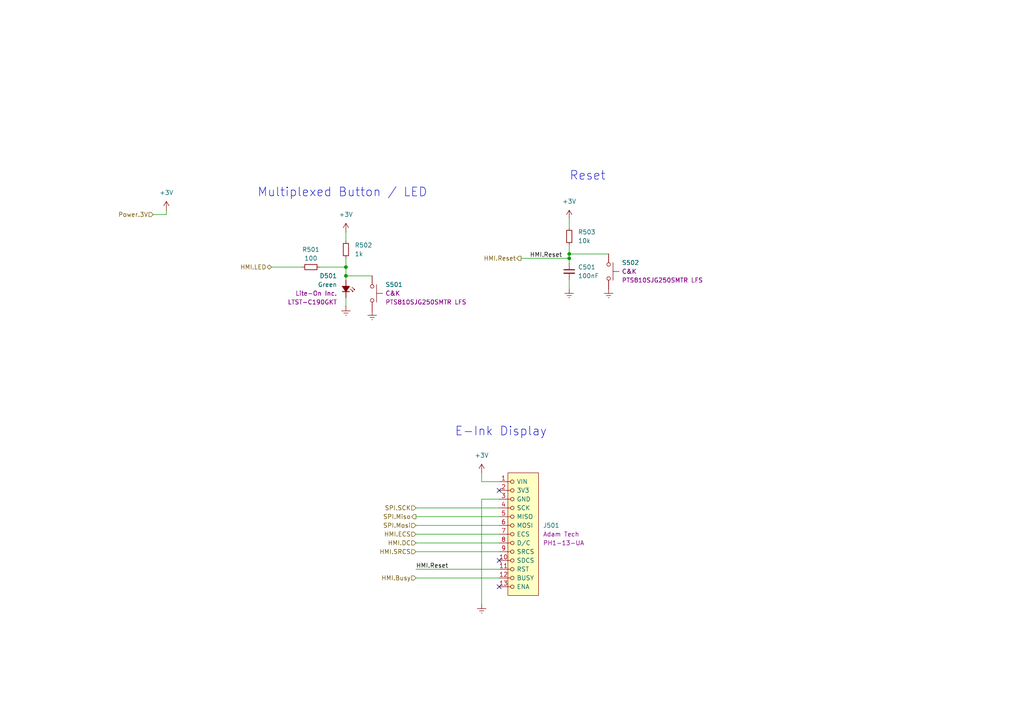
<source format=kicad_sch>
(kicad_sch (version 20231120) (generator "eeschema") (generator_version "8.0")
  (paper "A4")
  (title_block (title "Energy Meter") (date "2024-12-06") (rev "0"))
  (lib_symbols
    (symbol "The_Parts_Library:C0603_100nF_100V_X7R" (pin_numbers hide) (pin_names (offset 0) hide)
      (property "Reference" "C" (at 2.54 2.54 0))
      (property "Value" "100nF" (at 2.54 0 0))
      (symbol "C0603_100nF_100V_X7R_0_1"
        (polyline (pts (xy -1.524 -0.508) (xy 1.524 -0.508)) (stroke (width 0.3302)))
        (polyline (pts (xy -1.524 0.508) (xy 1.524 0.508)) (stroke (width 0.3048)))
      )
      (symbol "C0603_100nF_100V_X7R_1_1"
        (pin passive line (at 0 2.54 270) (length 2.032) (name "~") (number "1"))
        (pin passive line (at 0 -2.54 90) (length 2.032) (name "~") (number "2"))
      )
    )
    (symbol "The_Parts_Library:D_LTST-C190GKT" (pin_numbers hide) (pin_names (offset 0) hide)
      (property "Reference" "D" (at 2.54 5.08 0))
      (property "Value" "Green" (at 2.54 2.54 0))
      (property "Manufacturer" "Lite-On Inc." (at 2.54 -2.54 0))
      (property "Manufacturer Part Number" "LTST-C190GKT" (at 2.54 0 0))
      (symbol "D_LTST-C190GKT_0_1"
        (polyline (pts (xy -1.778 0.508) (xy -2.54 -0.254)))
        (polyline (pts (xy -1.27 0) (xy -2.032 -0.762)))
        (polyline (pts (xy 1.016 -0.762) (xy -1.016 -0.762)) (stroke (width 0.254)))
        (polyline (pts (xy -2.54 -0.254) (xy -2.54 0) (xy -2.286 -0.254) (xy -2.54 -0.254)))
        (polyline (pts (xy -2.032 -0.762) (xy -2.032 -0.508) (xy -1.778 -0.762) (xy -2.032 -0.762)))
        (polyline (pts (xy 1.016 0.762) (xy 0 -0.762) (xy -1.016 0.762) (xy 1.016 0.762)) (stroke (width 0.254)) (fill (type outline)))
      )
      (symbol "D_LTST-C190GKT_1_1"
        (pin passive line (at 0 -2.54 90) (length 1.778) (name "K") (number "1"))
        (pin passive line (at 0 2.54 270) (length 1.778) (name "A") (number "2"))
      )
    )
    (symbol "The_Parts_Library:J_AdaFruit_E_Ink" (pin_names (offset 2.54))
      (property "Reference" "J" (at 12.7 0 0))
      (property "Manufacturer" "Adam Tech" (at 12.7 -5.08 0))
      (property "Manufacturer Part Number" "PH1-13-UA" (at 12.7 -2.54 0))
      (symbol "J_AdaFruit_E_Ink_0_0"
        (pin input line (at 0 0 0) (length 2.54) (name "VIN") (number "1"))
        (pin input line (at 0 -22.86 0) (length 2.54) (name "SDCS") (number "10"))
        (pin input line (at 0 -25.4 0) (length 2.54) (name "RST") (number "11"))
        (pin output line (at 0 -27.94 0) (length 2.54) (name "BUSY") (number "12"))
        (pin input line (at 0 -30.48 0) (length 2.54) (name "ENA") (number "13"))
        (pin output line (at 0 -2.54 0) (length 2.54) (name "3V3") (number "2"))
        (pin power_in line (at 0 -5.08 0) (length 2.54) (name "GND") (number "3"))
        (pin input line (at 0 -7.62 0) (length 2.54) (name "SCK") (number "4"))
        (pin tri_state line (at 0 -10.16 0) (length 2.54) (name "MISO") (number "5"))
        (pin input line (at 0 -12.7 0) (length 2.54) (name "MOSI") (number "6"))
        (pin input line (at 0 -15.24 0) (length 2.54) (name "ECS") (number "7"))
        (pin input line (at 0 -17.78 0) (length 2.54) (name "D/C") (number "8"))
        (pin input line (at 0 -20.32 0) (length 2.54) (name "SRCS") (number "9"))
      )
      (symbol "J_AdaFruit_E_Ink_0_1"
        (polyline (pts (xy 3.302 -30.48) (xy 2.54 -30.48)))
        (polyline (pts (xy 3.302 -27.94) (xy 2.54 -27.94)))
        (polyline (pts (xy 3.302 -25.4) (xy 2.54 -25.4)))
        (polyline (pts (xy 3.302 -22.86) (xy 2.54 -22.86)))
        (polyline (pts (xy 3.302 -20.32) (xy 2.54 -20.32)))
        (polyline (pts (xy 3.302 -17.78) (xy 2.54 -17.78)))
        (polyline (pts (xy 3.302 -15.24) (xy 2.54 -15.24)))
        (polyline (pts (xy 3.302 -12.7) (xy 2.54 -12.7)))
        (polyline (pts (xy 3.302 -10.16) (xy 2.54 -10.16)))
        (polyline (pts (xy 3.302 -7.62) (xy 2.54 -7.62)))
        (polyline (pts (xy 3.302 -5.08) (xy 2.54 -5.08)))
        (polyline (pts (xy 3.302 -2.54) (xy 2.54 -2.54)))
        (polyline (pts (xy 3.302 0) (xy 2.54 0)))
        (circle (center 3.81 -30.48) (radius 0.508))
        (circle (center 3.81 -27.94) (radius 0.508))
        (circle (center 3.81 -25.4) (radius 0.508))
        (circle (center 3.81 -22.86) (radius 0.508))
        (circle (center 3.81 -20.32) (radius 0.508))
        (circle (center 3.81 -17.78) (radius 0.508))
        (circle (center 3.81 -15.24) (radius 0.508))
        (circle (center 3.81 -12.7) (radius 0.508))
        (circle (center 3.81 -10.16) (radius 0.508))
        (circle (center 3.81 -7.62) (radius 0.508))
        (circle (center 3.81 -5.08) (radius 0.508))
        (circle (center 3.81 -2.54) (radius 0.508))
        (circle (center 3.81 0) (radius 0.508))
      )
      (symbol "J_AdaFruit_E_Ink_1_1"
        (rectangle (start 2.54 2.54) (end 11.43 -33.02) (fill (type background)))
      )
    )
    (symbol "The_Parts_Library:R0603_100R" (pin_numbers hide) (pin_names (offset 0.254) hide)
      (property "Reference" "R" (at 0.762 0.508 0))
      (property "Value" "100" (at 0.762 -1.016 0))
      (symbol "R0603_100R_0_1"
        (rectangle (start -0.762 1.778) (end 0.762 -1.778) (stroke (width 0.2032)))
      )
      (symbol "R0603_100R_1_1"
        (pin passive line (at 0 2.54 270) (length 0.762) (name "~") (number "1"))
        (pin passive line (at 0 -2.54 90) (length 0.762) (name "~") (number "2"))
      )
    )
    (symbol "The_Parts_Library:R0603_10k" (pin_numbers hide) (pin_names (offset 0.254) hide)
      (property "Reference" "R" (at 0.762 0.508 0))
      (property "Value" "10k" (at 0.762 -1.016 0))
      (symbol "R0603_10k_0_1"
        (rectangle (start -0.762 1.778) (end 0.762 -1.778) (stroke (width 0.2032)))
      )
      (symbol "R0603_10k_1_1"
        (pin passive line (at 0 2.54 270) (length 0.762) (name "~") (number "1"))
        (pin passive line (at 0 -2.54 90) (length 0.762) (name "~") (number "2"))
      )
    )
    (symbol "The_Parts_Library:R0603_1k" (pin_numbers hide) (pin_names (offset 0.254) hide)
      (property "Reference" "R" (at 1.27 2.54 0))
      (property "Value" "1k" (at 1.27 0 0))
      (symbol "R0603_1k_0_1"
        (rectangle (start -0.762 1.778) (end 0.762 -1.778) (stroke (width 0.2032)))
      )
      (symbol "R0603_1k_1_1"
        (pin passive line (at 0 2.54 270) (length 0.762) (name "~") (number "1"))
        (pin passive line (at 0 -2.54 90) (length 0.762) (name "~") (number "2"))
      )
    )
    (symbol "The_Parts_Library:S_PTS810SJG250SMTR_LFS" (pin_numbers hide) (pin_names (offset 0) hide)
      (property "Reference" "S" (at 5.08 2.54 0))
      (property "Manufacturer" "C&K" (at 5.08 -2.54 0))
      (property "Manufacturer Part Number" "PTS810SJG250SMTR LFS" (at 5.08 0 0))
      (symbol "S_PTS810SJG250SMTR_LFS_0_1"
        (circle (center 0 -2.032) (radius 0.508))
        (polyline (pts (xy 1.27 -2.54) (xy 1.27 2.54)))
        (polyline (pts (xy 1.27 0) (xy 3.048 0)))
        (circle (center 0 2.032) (radius 0.508))
        (pin passive line (at 0 5.08 270) (length 2.54) (name "1") (number "1"))
        (pin passive line (at 0 -5.08 90) (length 2.54) (name "2") (number "2"))
      )
    )
    (symbol "The_Parts_Library:V_+3V" (power) (pin_numbers hide) (pin_names hide) (exclude_from_sim yes) (in_bom no) (on_board no)
      (property "Value" "+3V" (at 0 0 0))
      (symbol "V_+3V_0_1"
        (polyline (pts (xy -3.302 1.27) (xy -2.54 2.54)))
        (polyline (pts (xy -2.54 0) (xy -2.54 2.54)))
        (polyline (pts (xy -2.54 2.54) (xy -1.778 1.27)))
      )
      (symbol "V_+3V_1_1"
        (pin power_in line (at -2.54 0 90) (length 0) (name "~") (number "1"))
      )
    )
    (symbol "The_Parts_Library:V_GND" (power) (pin_numbers hide) (pin_names hide) (exclude_from_sim yes) (in_bom no) (on_board no)
      (symbol "V_GND_0_1"
        (polyline (pts (xy -0.635 -1.905) (xy 0.635 -1.905)))
        (polyline (pts (xy -0.127 -2.54) (xy 0.127 -2.54)))
        (polyline (pts (xy 0 -1.27) (xy 0 0)))
        (polyline (pts (xy 1.27 -1.27) (xy -1.27 -1.27)))
      )
      (symbol "V_GND_1_1"
        (pin power_in line (at 0 0 270) (length 0) (name "~") (number "1"))
      )
    )
  )
  (junction (at 100.33 80.01))
  (junction (at 100.33 77.47))
  (junction (at 165.1 73.66))
  (junction (at 165.1 74.93))
  (no_connect (at 144.78 162.56))
  (no_connect (at 144.78 142.24))
  (no_connect (at 144.78 170.18))
  (wire (pts (xy 165.1 73.66) (xy 176.53 73.66)))
  (wire (pts (xy 139.7 144.78) (xy 139.7 175.26)))
  (wire (pts (xy 165.1 63.5) (xy 165.1 66.04)))
  (wire (pts (xy 120.65 152.4) (xy 144.78 152.4)))
  (wire (pts (xy 120.65 165.1) (xy 144.78 165.1)))
  (wire (pts (xy 144.78 144.78) (xy 139.7 144.78)))
  (wire (pts (xy 48.26 62.23) (xy 48.26 60.96)))
  (wire (pts (xy 100.33 80.01) (xy 100.33 81.28)))
  (wire (pts (xy 120.65 147.32) (xy 144.78 147.32)))
  (wire (pts (xy 100.33 74.93) (xy 100.33 77.47)))
  (wire (pts (xy 120.65 157.48) (xy 144.78 157.48)))
  (wire (pts (xy 120.65 154.94) (xy 144.78 154.94)))
  (wire (pts (xy 120.65 149.86) (xy 144.78 149.86)))
  (wire (pts (xy 165.1 74.93) (xy 165.1 76.2)))
  (wire (pts (xy 44.45 62.23) (xy 48.26 62.23)))
  (wire (pts (xy 144.78 139.7) (xy 139.7 139.7)))
  (wire (pts (xy 120.65 167.64) (xy 144.78 167.64)))
  (wire (pts (xy 92.71 77.47) (xy 100.33 77.47)))
  (wire (pts (xy 100.33 86.36) (xy 100.33 88.9)))
  (wire (pts (xy 100.33 77.47) (xy 100.33 80.01)))
  (wire (pts (xy 100.33 80.01) (xy 107.95 80.01)))
  (wire (pts (xy 78.74 77.47) (xy 87.63 77.47)))
  (wire (pts (xy 139.7 139.7) (xy 139.7 137.16)))
  (wire (pts (xy 151.13 74.93) (xy 165.1 74.93)))
  (wire (pts (xy 165.1 73.66) (xy 165.1 74.93)))
  (wire (pts (xy 120.65 160.02) (xy 144.78 160.02)))
  (wire (pts (xy 100.33 67.31) (xy 100.33 69.85)))
  (wire (pts (xy 165.1 81.28) (xy 165.1 83.82)))
  (wire (pts (xy 165.1 71.12) (xy 165.1 73.66)))
  (text "Reset" (at 170.434 51.054 0) (effects (font (size 2.54 2.54))))
  (text "Multiplexed Button / LED\n" (at 99.314 55.88 0) (effects (font (size 2.54 2.54))))
  (text "E-Ink Display" (at 145.288 125.222 0) (effects (font (size 2.54 2.54))))
  (label "HMI.Reset" (at 153.67 74.93 0))
  (label "HMI.Reset" (at 120.65 165.1 0))
  (hierarchical_label "HMI.Reset" (shape output) (at 151.13 74.93 180))
  (hierarchical_label "HMI.Busy" (shape input) (at 120.65 167.64 180))
  (hierarchical_label "SPI.Miso" (shape output) (at 120.65 149.86 180))
  (hierarchical_label "SPI.SCK" (shape input) (at 120.65 147.32 180))
  (hierarchical_label "HMI.LED" (shape bidirectional) (at 78.74 77.47 180))
  (hierarchical_label "HMI.ECS" (shape input) (at 120.65 154.94 180))
  (hierarchical_label "Power.3V" (shape input) (at 44.45 62.23 180))
  (hierarchical_label "HMI.DC" (shape input) (at 120.65 157.48 180))
  (hierarchical_label "SPI.Mosi" (shape input) (at 120.65 152.4 180))
  (hierarchical_label "HMI.SRCS" (shape input) (at 120.65 160.02 180))
  (symbol (lib_id "The_Parts_Library:V_GND") (at 100.33 88.9 0) (unit 1) (exclude_from_sim yes) (in_bom no) (on_board no)
    (property "Reference" "#PWR0502" (effects (hide yes)))
    (property "Value" "GND" (effects (hide yes)))
  )
  (symbol (lib_id "The_Parts_Library:R0603_100R") (at 90.17 77.47 90) (unit 1)
    (property "Reference" "R501" (at 90.17 72.39 90))
    (property "Value" "100" (at 90.17 74.93 90))
    (property "Footprint" "The_Parts_Library:R_0603" (effects (hide yes)))
    (property "Description" "100 Ohms ±1% 0.1W, 1/10W Chip Resistor 0603 (1608 Metric) Moisture Resistant Thick Film" (effects (hide yes)))
    (property "Supplier" "Digikey" (effects (hide yes)))
    (property "Sim.Device" "R" (effects (hide yes)))
    (property "Supplier Part Number" "311-100HRTR-ND" (effects (hide yes)))
    (property "Sim.Type" "=" (effects (hide yes)))
    (property "Sim.Params" "R" (effects (hide yes)))
    (property "Manufacturer" "YAGEO" (effects (hide yes)))
    (property "Manufacturer Part Number" "RC0603FR-07100RL" (effects (hide yes)))
    (property "Sim.Pins" "1=+ 2=-" (effects (hide yes)))
  )
  (symbol (lib_id "The_Parts_Library:V_GND") (at 176.53 83.82 0) (unit 1) (exclude_from_sim yes) (in_bom no) (on_board no)
    (property "Reference" "#PWR0509" (effects (hide yes)))
    (property "Value" "GND" (effects (hide yes)))
  )
  (symbol (lib_id "The_Parts_Library:V_GND") (at 107.95 90.17 0) (unit 1) (exclude_from_sim yes) (in_bom no) (on_board no)
    (property "Reference" "#PWR0504" (effects (hide yes)))
    (property "Value" "GND" (effects (hide yes)))
  )
  (symbol (lib_id "The_Parts_Library:V_+3V") (at 50.8 60.96 0) (unit 1)
    (property "Reference" "#PWR0501" (effects (hide yes)))
    (property "Value" "+3V" (at 48.26 55.88 0))
  )
  (symbol (lib_id "The_Parts_Library:C0603_100nF_100V_X7R") (at 165.1 78.74 0) (unit 1)
    (property "Reference" "C501" (at 167.64 77.4762 0) (effects (justify left)))
    (property "Value" "100nF" (at 167.64 80.0162 0) (effects (justify left)))
    (property "Footprint" "The_Parts_Library:C_0603" (effects (hide yes)))
    (property "Description" "0.1 uF ±10% 100V Ceramic Capacitor X7R 0603 (1608 Metric)" (effects (hide yes)))
    (property "Manufacturer" "Murata Electronics" (effects (hide yes)))
    (property "Manufacturer Part Number" "GCJ188R72A104KA01D" (effects (hide yes)))
    (property "Supplier" "Digikey" (effects (hide yes)))
    (property "Supplier Part Number" "490-13420-2-ND" (effects (hide yes)))
  )
  (symbol (lib_id "The_Parts_Library:J_AdaFruit_E_Ink") (at 144.78 139.7 0) (unit 1)
    (property "Reference" "J501" (at 157.48 152.3999 0) (effects (justify left)))
    (property "Footprint" "The_Parts_Library:Header_1x13" (effects (hide yes)))
    (property "Description" "Connector Header Through Hole 13 position 0.100\" (2.54mm)" (effects (hide yes)))
    (property "Manufacturer" "Adam Tech" (at 157.48 154.9399 0) (effects (justify left)))
    (property "Manufacturer Part Number" "PH1-13-UA" (at 157.48 157.4799 0) (effects (justify left)))
    (property "Supplier" "DIgikey" (effects (hide yes)))
    (property "Supplier Part Number" "2057-PH1-13-UA-ND" (effects (hide yes)))
  )
  (symbol (lib_id "The_Parts_Library:V_GND") (at 165.1 83.82 0) (unit 1) (exclude_from_sim yes) (in_bom no) (on_board no)
    (property "Reference" "#PWR0507" (effects (hide yes)))
    (property "Value" "GND" (effects (hide yes)))
  )
  (symbol (lib_id "The_Parts_Library:S_PTS810SJG250SMTR_LFS") (at 107.95 85.09 0) (unit 1)
    (property "Reference" "S501" (at 111.76 82.5499 0) (effects (justify left)))
    (property "Footprint" "The_Parts_Library:CK_PTS810" (effects (hide yes)))
    (property "Description" "Tactile Switch SPST-NO Top Actuated Surface Mount" (effects (hide yes)))
    (property "Manufacturer" "C&K" (at 111.76 85.0899 0) (effects (justify left)))
    (property "Manufacturer Part Number" "PTS810SJG250SMTR LFS" (at 111.76 87.6299 0) (effects (justify left)))
    (property "Supplier" "Digikey" (effects (hide yes)))
    (property "Supplier Part Number" "CKN10504TR-ND" (effects (hide yes)))
  )
  (symbol (lib_id "The_Parts_Library:S_PTS810SJG250SMTR_LFS") (at 176.53 78.74 0) (unit 1)
    (property "Reference" "S502" (at 180.34 76.1999 0) (effects (justify left)))
    (property "Footprint" "The_Parts_Library:CK_PTS810" (effects (hide yes)))
    (property "Description" "Tactile Switch SPST-NO Top Actuated Surface Mount" (effects (hide yes)))
    (property "Manufacturer" "C&K" (at 180.34 78.7399 0) (effects (justify left)))
    (property "Manufacturer Part Number" "PTS810SJG250SMTR LFS" (at 180.34 81.2799 0) (effects (justify left)))
    (property "Supplier" "Digikey" (effects (hide yes)))
    (property "Supplier Part Number" "CKN10504TR-ND" (effects (hide yes)))
  )
  (symbol (lib_id "The_Parts_Library:V_+3V") (at 142.24 137.16 0) (unit 1)
    (property "Reference" "#PWR0506" (effects (hide yes)))
    (property "Value" "+3V" (at 139.7 132.08 0))
  )
  (symbol (lib_id "The_Parts_Library:R0603_10k") (at 165.1 68.58 0) (unit 1)
    (property "Reference" "R503" (at 167.64 67.3099 0) (effects (justify left)))
    (property "Value" "10k" (at 167.64 69.8499 0) (effects (justify left)))
    (property "Footprint" "The_Parts_Library:R_0603" (effects (hide yes)))
    (property "Description" "10 kOhms ±1% 0.1W, 1/10W Chip Resistor 0603 (1608 Metric) Moisture Resistant Thick Film" (effects (hide yes)))
    (property "Supplier" "Digikey" (effects (hide yes)))
    (property "Supplier Part Number" "311-10.0KHRTR-ND" (effects (hide yes)))
    (property "Manufacturer" "YAGEO" (effects (hide yes)))
    (property "Manufacturer Part Number" "RC0603FR-0710KL" (effects (hide yes)))
    (property "Sim.Device" "R" (effects (hide yes)))
    (property "Sim.Type" "=" (effects (hide yes)))
    (property "Sim.Params" "r=R_Small" (effects (hide yes)))
    (property "Sim.Pins" "1=+ 2=-" (effects (hide yes)))
  )
  (symbol (lib_id "The_Parts_Library:V_GND") (at 139.7 175.26 0) (unit 1) (exclude_from_sim yes) (in_bom no) (on_board no)
    (property "Reference" "#PWR0505" (effects (hide yes)))
    (property "Value" "GND" (effects (hide yes)))
  )
  (symbol (lib_id "The_Parts_Library:V_+3V") (at 102.87 67.31 0) (unit 1)
    (property "Reference" "#PWR0503" (effects (hide yes)))
    (property "Value" "+3V" (at 100.33 62.23 0))
  )
  (symbol (lib_id "The_Parts_Library:R0603_1k") (at 100.33 72.39 0) (unit 1)
    (property "Reference" "R502" (at 102.87 71.1199 0) (effects (justify left)))
    (property "Value" "1k" (at 102.87 73.6599 0) (effects (justify left)))
    (property "Footprint" "The_Parts_Library:R_0603" (effects (hide yes)))
    (property "Description" "1 kOhms ±1% 0.1W, 1/10W Chip Resistor 0603 (1608 Metric) Moisture Resistant Thick Film" (effects (hide yes)))
    (property "Supplier" "Digikey" (effects (hide yes)))
    (property "Supplier Part Number" "311-1.00KHRTR-ND" (effects (hide yes)))
    (property "Manufacturer" "YAGEO" (effects (hide yes)))
    (property "Manufacturer Part Number" "RC0603FR-071KL" (effects (hide yes)))
    (property "Sim.Device" "R" (effects (hide yes)))
    (property "Sim.Type" "=" (effects (hide yes)))
    (property "Sim.Params" "r=R_Small" (effects (hide yes)))
    (property "Sim.Pins" "1=+ 2=-" (effects (hide yes)))
  )
  (symbol (lib_id "The_Parts_Library:D_LTST-C190GKT") (at 100.33 83.82 0) (mirror y) (unit 1)
    (property "Reference" "D501" (at 97.79 80.0099 0) (effects (justify left)))
    (property "Value" "Green" (at 97.79 82.5499 0) (effects (justify left)))
    (property "Footprint" "The_Parts_Library:LiteOn_LED0603" (effects (hide yes)))
    (property "Description" "Green 569nm LED Indication - Discrete 2.1V 0603 (1608 Metric)" (effects (hide yes)))
    (property "Manufacturer" "Lite-On Inc." (at 97.79 85.0899 0) (effects (justify left)))
    (property "Manufacturer Part Number" "LTST-C190GKT" (at 97.79 87.6299 0) (effects (justify left)))
    (property "Supplier" "Digikey" (effects (hide yes)))
    (property "Supplier Part Number" "160-1183-2-ND" (effects (hide yes)))
  )
  (symbol (lib_id "The_Parts_Library:V_+3V") (at 167.64 63.5 0) (unit 1)
    (property "Reference" "#PWR0508" (effects (hide yes)))
    (property "Value" "+3V" (at 165.1 58.42 0))
  )
)
</source>
